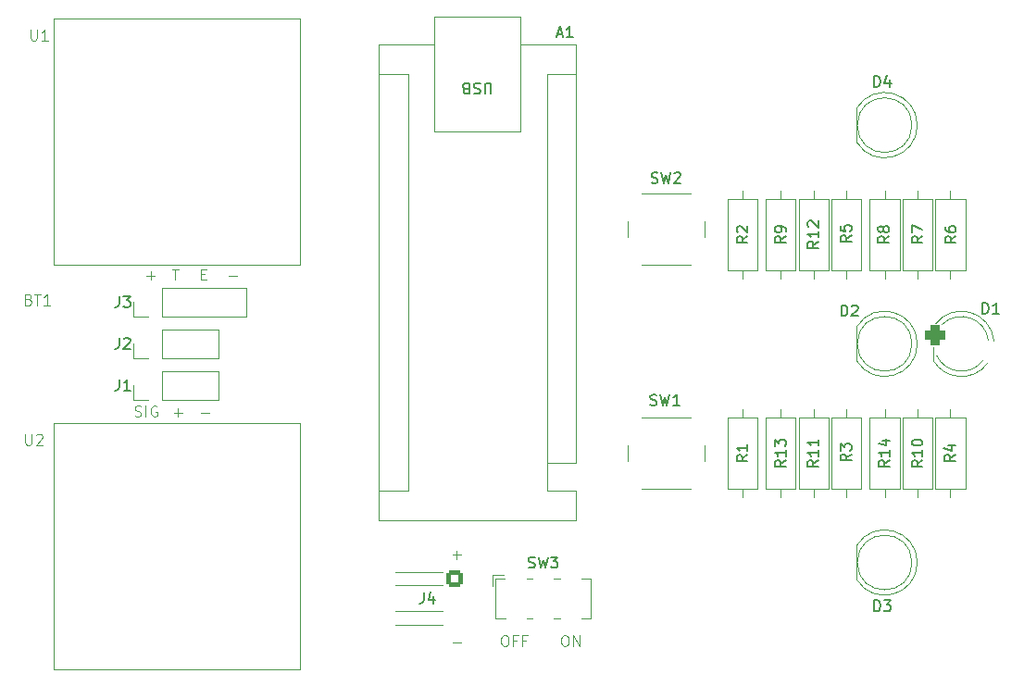
<source format=gto>
%TF.GenerationSoftware,KiCad,Pcbnew,8.0.0*%
%TF.CreationDate,2024-04-12T21:24:50+10:00*%
%TF.ProjectId,ghost-bot,67686f73-742d-4626-9f74-2e6b69636164,rev?*%
%TF.SameCoordinates,Original*%
%TF.FileFunction,Legend,Top*%
%TF.FilePolarity,Positive*%
%FSLAX46Y46*%
G04 Gerber Fmt 4.6, Leading zero omitted, Abs format (unit mm)*
G04 Created by KiCad (PCBNEW 8.0.0) date 2024-04-12 21:24:50*
%MOMM*%
%LPD*%
G01*
G04 APERTURE LIST*
G04 Aperture macros list*
%AMRoundRect*
0 Rectangle with rounded corners*
0 $1 Rounding radius*
0 $2 $3 $4 $5 $6 $7 $8 $9 X,Y pos of 4 corners*
0 Add a 4 corners polygon primitive as box body*
4,1,4,$2,$3,$4,$5,$6,$7,$8,$9,$2,$3,0*
0 Add four circle primitives for the rounded corners*
1,1,$1+$1,$2,$3*
1,1,$1+$1,$4,$5*
1,1,$1+$1,$6,$7*
1,1,$1+$1,$8,$9*
0 Add four rect primitives between the rounded corners*
20,1,$1+$1,$2,$3,$4,$5,0*
20,1,$1+$1,$4,$5,$6,$7,0*
20,1,$1+$1,$6,$7,$8,$9,0*
20,1,$1+$1,$8,$9,$2,$3,0*%
G04 Aperture macros list end*
%ADD10C,0.100000*%
%ADD11C,0.150000*%
%ADD12C,0.120000*%
%ADD13RoundRect,0.450000X-0.450000X-0.450000X0.450000X-0.450000X0.450000X0.450000X-0.450000X0.450000X0*%
%ADD14C,1.800000*%
%ADD15C,1.500000*%
%ADD16RoundRect,0.250000X-0.550000X0.550000X-0.550000X-0.550000X0.550000X-0.550000X0.550000X0.550000X0*%
%ADD17C,1.600000*%
%ADD18R,1.600000X1.600000*%
%ADD19O,1.600000X1.600000*%
%ADD20R,1.700000X1.700000*%
%ADD21O,1.700000X1.700000*%
%ADD22R,1.800000X1.800000*%
%ADD23C,2.000000*%
%ADD24O,2.500000X5.000000*%
%ADD25C,2.700000*%
G04 APERTURE END LIST*
D10*
X133481027Y-107633608D02*
X133814360Y-107633608D01*
X133957217Y-108157418D02*
X133481027Y-108157418D01*
X133481027Y-108157418D02*
X133481027Y-107157418D01*
X133481027Y-107157418D02*
X133957217Y-107157418D01*
X130838170Y-107157418D02*
X131409598Y-107157418D01*
X131123884Y-108157418D02*
X131123884Y-107157418D01*
X135981027Y-107776465D02*
X136742932Y-107776465D01*
X128481027Y-107776465D02*
X129242932Y-107776465D01*
X128861979Y-108157418D02*
X128861979Y-107395513D01*
X127433408Y-120609799D02*
X127576265Y-120657418D01*
X127576265Y-120657418D02*
X127814360Y-120657418D01*
X127814360Y-120657418D02*
X127909598Y-120609799D01*
X127909598Y-120609799D02*
X127957217Y-120562179D01*
X127957217Y-120562179D02*
X128004836Y-120466941D01*
X128004836Y-120466941D02*
X128004836Y-120371703D01*
X128004836Y-120371703D02*
X127957217Y-120276465D01*
X127957217Y-120276465D02*
X127909598Y-120228846D01*
X127909598Y-120228846D02*
X127814360Y-120181227D01*
X127814360Y-120181227D02*
X127623884Y-120133608D01*
X127623884Y-120133608D02*
X127528646Y-120085989D01*
X127528646Y-120085989D02*
X127481027Y-120038370D01*
X127481027Y-120038370D02*
X127433408Y-119943132D01*
X127433408Y-119943132D02*
X127433408Y-119847894D01*
X127433408Y-119847894D02*
X127481027Y-119752656D01*
X127481027Y-119752656D02*
X127528646Y-119705037D01*
X127528646Y-119705037D02*
X127623884Y-119657418D01*
X127623884Y-119657418D02*
X127861979Y-119657418D01*
X127861979Y-119657418D02*
X128004836Y-119705037D01*
X128433408Y-120657418D02*
X128433408Y-119657418D01*
X129433407Y-119705037D02*
X129338169Y-119657418D01*
X129338169Y-119657418D02*
X129195312Y-119657418D01*
X129195312Y-119657418D02*
X129052455Y-119705037D01*
X129052455Y-119705037D02*
X128957217Y-119800275D01*
X128957217Y-119800275D02*
X128909598Y-119895513D01*
X128909598Y-119895513D02*
X128861979Y-120085989D01*
X128861979Y-120085989D02*
X128861979Y-120228846D01*
X128861979Y-120228846D02*
X128909598Y-120419322D01*
X128909598Y-120419322D02*
X128957217Y-120514560D01*
X128957217Y-120514560D02*
X129052455Y-120609799D01*
X129052455Y-120609799D02*
X129195312Y-120657418D01*
X129195312Y-120657418D02*
X129290550Y-120657418D01*
X129290550Y-120657418D02*
X129433407Y-120609799D01*
X129433407Y-120609799D02*
X129481026Y-120562179D01*
X129481026Y-120562179D02*
X129481026Y-120228846D01*
X129481026Y-120228846D02*
X129290550Y-120228846D01*
X133481027Y-120276465D02*
X134242932Y-120276465D01*
X130981027Y-120276465D02*
X131742932Y-120276465D01*
X131361979Y-120657418D02*
X131361979Y-119895513D01*
X161171503Y-140657418D02*
X161361979Y-140657418D01*
X161361979Y-140657418D02*
X161457217Y-140705037D01*
X161457217Y-140705037D02*
X161552455Y-140800275D01*
X161552455Y-140800275D02*
X161600074Y-140990751D01*
X161600074Y-140990751D02*
X161600074Y-141324084D01*
X161600074Y-141324084D02*
X161552455Y-141514560D01*
X161552455Y-141514560D02*
X161457217Y-141609799D01*
X161457217Y-141609799D02*
X161361979Y-141657418D01*
X161361979Y-141657418D02*
X161171503Y-141657418D01*
X161171503Y-141657418D02*
X161076265Y-141609799D01*
X161076265Y-141609799D02*
X160981027Y-141514560D01*
X160981027Y-141514560D02*
X160933408Y-141324084D01*
X160933408Y-141324084D02*
X160933408Y-140990751D01*
X160933408Y-140990751D02*
X160981027Y-140800275D01*
X160981027Y-140800275D02*
X161076265Y-140705037D01*
X161076265Y-140705037D02*
X161171503Y-140657418D01*
X162361979Y-141133608D02*
X162028646Y-141133608D01*
X162028646Y-141657418D02*
X162028646Y-140657418D01*
X162028646Y-140657418D02*
X162504836Y-140657418D01*
X163219122Y-141133608D02*
X162885789Y-141133608D01*
X162885789Y-141657418D02*
X162885789Y-140657418D01*
X162885789Y-140657418D02*
X163361979Y-140657418D01*
X166671503Y-140657418D02*
X166861979Y-140657418D01*
X166861979Y-140657418D02*
X166957217Y-140705037D01*
X166957217Y-140705037D02*
X167052455Y-140800275D01*
X167052455Y-140800275D02*
X167100074Y-140990751D01*
X167100074Y-140990751D02*
X167100074Y-141324084D01*
X167100074Y-141324084D02*
X167052455Y-141514560D01*
X167052455Y-141514560D02*
X166957217Y-141609799D01*
X166957217Y-141609799D02*
X166861979Y-141657418D01*
X166861979Y-141657418D02*
X166671503Y-141657418D01*
X166671503Y-141657418D02*
X166576265Y-141609799D01*
X166576265Y-141609799D02*
X166481027Y-141514560D01*
X166481027Y-141514560D02*
X166433408Y-141324084D01*
X166433408Y-141324084D02*
X166433408Y-140990751D01*
X166433408Y-140990751D02*
X166481027Y-140800275D01*
X166481027Y-140800275D02*
X166576265Y-140705037D01*
X166576265Y-140705037D02*
X166671503Y-140657418D01*
X167528646Y-141657418D02*
X167528646Y-140657418D01*
X167528646Y-140657418D02*
X168100074Y-141657418D01*
X168100074Y-141657418D02*
X168100074Y-140657418D01*
X156481027Y-141276465D02*
X157242932Y-141276465D01*
X156481027Y-133276465D02*
X157242932Y-133276465D01*
X156861979Y-133657418D02*
X156861979Y-132895513D01*
D11*
X204939048Y-111239818D02*
X204939048Y-110239818D01*
X204939048Y-110239818D02*
X205177143Y-110239818D01*
X205177143Y-110239818D02*
X205320000Y-110287437D01*
X205320000Y-110287437D02*
X205415238Y-110382675D01*
X205415238Y-110382675D02*
X205462857Y-110477913D01*
X205462857Y-110477913D02*
X205510476Y-110668389D01*
X205510476Y-110668389D02*
X205510476Y-110811246D01*
X205510476Y-110811246D02*
X205462857Y-111001722D01*
X205462857Y-111001722D02*
X205415238Y-111096960D01*
X205415238Y-111096960D02*
X205320000Y-111192199D01*
X205320000Y-111192199D02*
X205177143Y-111239818D01*
X205177143Y-111239818D02*
X204939048Y-111239818D01*
X206462857Y-111239818D02*
X205891429Y-111239818D01*
X206177143Y-111239818D02*
X206177143Y-110239818D01*
X206177143Y-110239818D02*
X206081905Y-110382675D01*
X206081905Y-110382675D02*
X205986667Y-110477913D01*
X205986667Y-110477913D02*
X205891429Y-110525532D01*
X153843809Y-136739818D02*
X153843809Y-137454103D01*
X153843809Y-137454103D02*
X153796190Y-137596960D01*
X153796190Y-137596960D02*
X153700952Y-137692199D01*
X153700952Y-137692199D02*
X153558095Y-137739818D01*
X153558095Y-137739818D02*
X153462857Y-137739818D01*
X154748571Y-137073151D02*
X154748571Y-137739818D01*
X154510476Y-136692199D02*
X154272381Y-137406484D01*
X154272381Y-137406484D02*
X154891428Y-137406484D01*
X166045717Y-85669104D02*
X166521907Y-85669104D01*
X165950479Y-85954819D02*
X166283812Y-84954819D01*
X166283812Y-84954819D02*
X166617145Y-85954819D01*
X167474288Y-85954819D02*
X166902860Y-85954819D01*
X167188574Y-85954819D02*
X167188574Y-84954819D01*
X167188574Y-84954819D02*
X167093336Y-85097676D01*
X167093336Y-85097676D02*
X166998098Y-85192914D01*
X166998098Y-85192914D02*
X166902860Y-85240533D01*
X160011904Y-91145180D02*
X160011904Y-90335657D01*
X160011904Y-90335657D02*
X159964285Y-90240419D01*
X159964285Y-90240419D02*
X159916666Y-90192800D01*
X159916666Y-90192800D02*
X159821428Y-90145180D01*
X159821428Y-90145180D02*
X159630952Y-90145180D01*
X159630952Y-90145180D02*
X159535714Y-90192800D01*
X159535714Y-90192800D02*
X159488095Y-90240419D01*
X159488095Y-90240419D02*
X159440476Y-90335657D01*
X159440476Y-90335657D02*
X159440476Y-91145180D01*
X159011904Y-90192800D02*
X158869047Y-90145180D01*
X158869047Y-90145180D02*
X158630952Y-90145180D01*
X158630952Y-90145180D02*
X158535714Y-90192800D01*
X158535714Y-90192800D02*
X158488095Y-90240419D01*
X158488095Y-90240419D02*
X158440476Y-90335657D01*
X158440476Y-90335657D02*
X158440476Y-90430895D01*
X158440476Y-90430895D02*
X158488095Y-90526133D01*
X158488095Y-90526133D02*
X158535714Y-90573752D01*
X158535714Y-90573752D02*
X158630952Y-90621371D01*
X158630952Y-90621371D02*
X158821428Y-90668990D01*
X158821428Y-90668990D02*
X158916666Y-90716609D01*
X158916666Y-90716609D02*
X158964285Y-90764228D01*
X158964285Y-90764228D02*
X159011904Y-90859466D01*
X159011904Y-90859466D02*
X159011904Y-90954704D01*
X159011904Y-90954704D02*
X158964285Y-91049942D01*
X158964285Y-91049942D02*
X158916666Y-91097561D01*
X158916666Y-91097561D02*
X158821428Y-91145180D01*
X158821428Y-91145180D02*
X158583333Y-91145180D01*
X158583333Y-91145180D02*
X158440476Y-91097561D01*
X157678571Y-90668990D02*
X157535714Y-90621371D01*
X157535714Y-90621371D02*
X157488095Y-90573752D01*
X157488095Y-90573752D02*
X157440476Y-90478514D01*
X157440476Y-90478514D02*
X157440476Y-90335657D01*
X157440476Y-90335657D02*
X157488095Y-90240419D01*
X157488095Y-90240419D02*
X157535714Y-90192800D01*
X157535714Y-90192800D02*
X157630952Y-90145180D01*
X157630952Y-90145180D02*
X158011904Y-90145180D01*
X158011904Y-90145180D02*
X158011904Y-91145180D01*
X158011904Y-91145180D02*
X157678571Y-91145180D01*
X157678571Y-91145180D02*
X157583333Y-91097561D01*
X157583333Y-91097561D02*
X157535714Y-91049942D01*
X157535714Y-91049942D02*
X157488095Y-90954704D01*
X157488095Y-90954704D02*
X157488095Y-90859466D01*
X157488095Y-90859466D02*
X157535714Y-90764228D01*
X157535714Y-90764228D02*
X157583333Y-90716609D01*
X157583333Y-90716609D02*
X157678571Y-90668990D01*
X157678571Y-90668990D02*
X158011904Y-90668990D01*
X202454822Y-124166666D02*
X201978631Y-124499999D01*
X202454822Y-124738094D02*
X201454822Y-124738094D01*
X201454822Y-124738094D02*
X201454822Y-124357142D01*
X201454822Y-124357142D02*
X201502441Y-124261904D01*
X201502441Y-124261904D02*
X201550060Y-124214285D01*
X201550060Y-124214285D02*
X201645298Y-124166666D01*
X201645298Y-124166666D02*
X201788155Y-124166666D01*
X201788155Y-124166666D02*
X201883393Y-124214285D01*
X201883393Y-124214285D02*
X201931012Y-124261904D01*
X201931012Y-124261904D02*
X201978631Y-124357142D01*
X201978631Y-124357142D02*
X201978631Y-124738094D01*
X201788155Y-123309523D02*
X202454822Y-123309523D01*
X201407203Y-123547618D02*
X202121488Y-123785713D01*
X202121488Y-123785713D02*
X202121488Y-123166666D01*
X125996666Y-113454819D02*
X125996666Y-114169104D01*
X125996666Y-114169104D02*
X125949047Y-114311961D01*
X125949047Y-114311961D02*
X125853809Y-114407200D01*
X125853809Y-114407200D02*
X125710952Y-114454819D01*
X125710952Y-114454819D02*
X125615714Y-114454819D01*
X126425238Y-113550057D02*
X126472857Y-113502438D01*
X126472857Y-113502438D02*
X126568095Y-113454819D01*
X126568095Y-113454819D02*
X126806190Y-113454819D01*
X126806190Y-113454819D02*
X126901428Y-113502438D01*
X126901428Y-113502438D02*
X126949047Y-113550057D01*
X126949047Y-113550057D02*
X126996666Y-113645295D01*
X126996666Y-113645295D02*
X126996666Y-113740533D01*
X126996666Y-113740533D02*
X126949047Y-113883390D01*
X126949047Y-113883390D02*
X126377619Y-114454819D01*
X126377619Y-114454819D02*
X126996666Y-114454819D01*
X163436310Y-134442199D02*
X163579167Y-134489818D01*
X163579167Y-134489818D02*
X163817262Y-134489818D01*
X163817262Y-134489818D02*
X163912500Y-134442199D01*
X163912500Y-134442199D02*
X163960119Y-134394579D01*
X163960119Y-134394579D02*
X164007738Y-134299341D01*
X164007738Y-134299341D02*
X164007738Y-134204103D01*
X164007738Y-134204103D02*
X163960119Y-134108865D01*
X163960119Y-134108865D02*
X163912500Y-134061246D01*
X163912500Y-134061246D02*
X163817262Y-134013627D01*
X163817262Y-134013627D02*
X163626786Y-133966008D01*
X163626786Y-133966008D02*
X163531548Y-133918389D01*
X163531548Y-133918389D02*
X163483929Y-133870770D01*
X163483929Y-133870770D02*
X163436310Y-133775532D01*
X163436310Y-133775532D02*
X163436310Y-133680294D01*
X163436310Y-133680294D02*
X163483929Y-133585056D01*
X163483929Y-133585056D02*
X163531548Y-133537437D01*
X163531548Y-133537437D02*
X163626786Y-133489818D01*
X163626786Y-133489818D02*
X163864881Y-133489818D01*
X163864881Y-133489818D02*
X164007738Y-133537437D01*
X164341072Y-133489818D02*
X164579167Y-134489818D01*
X164579167Y-134489818D02*
X164769643Y-133775532D01*
X164769643Y-133775532D02*
X164960119Y-134489818D01*
X164960119Y-134489818D02*
X165198215Y-133489818D01*
X165483929Y-133489818D02*
X166102976Y-133489818D01*
X166102976Y-133489818D02*
X165769643Y-133870770D01*
X165769643Y-133870770D02*
X165912500Y-133870770D01*
X165912500Y-133870770D02*
X166007738Y-133918389D01*
X166007738Y-133918389D02*
X166055357Y-133966008D01*
X166055357Y-133966008D02*
X166102976Y-134061246D01*
X166102976Y-134061246D02*
X166102976Y-134299341D01*
X166102976Y-134299341D02*
X166055357Y-134394579D01*
X166055357Y-134394579D02*
X166007738Y-134442199D01*
X166007738Y-134442199D02*
X165912500Y-134489818D01*
X165912500Y-134489818D02*
X165626786Y-134489818D01*
X165626786Y-134489818D02*
X165531548Y-134442199D01*
X165531548Y-134442199D02*
X165483929Y-134394579D01*
X189954822Y-104642857D02*
X189478631Y-104976190D01*
X189954822Y-105214285D02*
X188954822Y-105214285D01*
X188954822Y-105214285D02*
X188954822Y-104833333D01*
X188954822Y-104833333D02*
X189002441Y-104738095D01*
X189002441Y-104738095D02*
X189050060Y-104690476D01*
X189050060Y-104690476D02*
X189145298Y-104642857D01*
X189145298Y-104642857D02*
X189288155Y-104642857D01*
X189288155Y-104642857D02*
X189383393Y-104690476D01*
X189383393Y-104690476D02*
X189431012Y-104738095D01*
X189431012Y-104738095D02*
X189478631Y-104833333D01*
X189478631Y-104833333D02*
X189478631Y-105214285D01*
X189954822Y-103690476D02*
X189954822Y-104261904D01*
X189954822Y-103976190D02*
X188954822Y-103976190D01*
X188954822Y-103976190D02*
X189097679Y-104071428D01*
X189097679Y-104071428D02*
X189192917Y-104166666D01*
X189192917Y-104166666D02*
X189240536Y-104261904D01*
X189050060Y-103309523D02*
X189002441Y-103261904D01*
X189002441Y-103261904D02*
X188954822Y-103166666D01*
X188954822Y-103166666D02*
X188954822Y-102928571D01*
X188954822Y-102928571D02*
X189002441Y-102833333D01*
X189002441Y-102833333D02*
X189050060Y-102785714D01*
X189050060Y-102785714D02*
X189145298Y-102738095D01*
X189145298Y-102738095D02*
X189240536Y-102738095D01*
X189240536Y-102738095D02*
X189383393Y-102785714D01*
X189383393Y-102785714D02*
X189954822Y-103357142D01*
X189954822Y-103357142D02*
X189954822Y-102738095D01*
X192954822Y-104086666D02*
X192478631Y-104419999D01*
X192954822Y-104658094D02*
X191954822Y-104658094D01*
X191954822Y-104658094D02*
X191954822Y-104277142D01*
X191954822Y-104277142D02*
X192002441Y-104181904D01*
X192002441Y-104181904D02*
X192050060Y-104134285D01*
X192050060Y-104134285D02*
X192145298Y-104086666D01*
X192145298Y-104086666D02*
X192288155Y-104086666D01*
X192288155Y-104086666D02*
X192383393Y-104134285D01*
X192383393Y-104134285D02*
X192431012Y-104181904D01*
X192431012Y-104181904D02*
X192478631Y-104277142D01*
X192478631Y-104277142D02*
X192478631Y-104658094D01*
X191954822Y-103181904D02*
X191954822Y-103658094D01*
X191954822Y-103658094D02*
X192431012Y-103705713D01*
X192431012Y-103705713D02*
X192383393Y-103658094D01*
X192383393Y-103658094D02*
X192335774Y-103562856D01*
X192335774Y-103562856D02*
X192335774Y-103324761D01*
X192335774Y-103324761D02*
X192383393Y-103229523D01*
X192383393Y-103229523D02*
X192431012Y-103181904D01*
X192431012Y-103181904D02*
X192526250Y-103134285D01*
X192526250Y-103134285D02*
X192764345Y-103134285D01*
X192764345Y-103134285D02*
X192859583Y-103181904D01*
X192859583Y-103181904D02*
X192907203Y-103229523D01*
X192907203Y-103229523D02*
X192954822Y-103324761D01*
X192954822Y-103324761D02*
X192954822Y-103562856D01*
X192954822Y-103562856D02*
X192907203Y-103658094D01*
X192907203Y-103658094D02*
X192859583Y-103705713D01*
X195026908Y-90494819D02*
X195026908Y-89494819D01*
X195026908Y-89494819D02*
X195265003Y-89494819D01*
X195265003Y-89494819D02*
X195407860Y-89542438D01*
X195407860Y-89542438D02*
X195503098Y-89637676D01*
X195503098Y-89637676D02*
X195550717Y-89732914D01*
X195550717Y-89732914D02*
X195598336Y-89923390D01*
X195598336Y-89923390D02*
X195598336Y-90066247D01*
X195598336Y-90066247D02*
X195550717Y-90256723D01*
X195550717Y-90256723D02*
X195503098Y-90351961D01*
X195503098Y-90351961D02*
X195407860Y-90447200D01*
X195407860Y-90447200D02*
X195265003Y-90494819D01*
X195265003Y-90494819D02*
X195026908Y-90494819D01*
X196455479Y-89828152D02*
X196455479Y-90494819D01*
X196217384Y-89447200D02*
X195979289Y-90161485D01*
X195979289Y-90161485D02*
X196598336Y-90161485D01*
X202504822Y-104166666D02*
X202028631Y-104499999D01*
X202504822Y-104738094D02*
X201504822Y-104738094D01*
X201504822Y-104738094D02*
X201504822Y-104357142D01*
X201504822Y-104357142D02*
X201552441Y-104261904D01*
X201552441Y-104261904D02*
X201600060Y-104214285D01*
X201600060Y-104214285D02*
X201695298Y-104166666D01*
X201695298Y-104166666D02*
X201838155Y-104166666D01*
X201838155Y-104166666D02*
X201933393Y-104214285D01*
X201933393Y-104214285D02*
X201981012Y-104261904D01*
X201981012Y-104261904D02*
X202028631Y-104357142D01*
X202028631Y-104357142D02*
X202028631Y-104738094D01*
X201504822Y-103309523D02*
X201504822Y-103499999D01*
X201504822Y-103499999D02*
X201552441Y-103595237D01*
X201552441Y-103595237D02*
X201600060Y-103642856D01*
X201600060Y-103642856D02*
X201742917Y-103738094D01*
X201742917Y-103738094D02*
X201933393Y-103785713D01*
X201933393Y-103785713D02*
X202314345Y-103785713D01*
X202314345Y-103785713D02*
X202409583Y-103738094D01*
X202409583Y-103738094D02*
X202457203Y-103690475D01*
X202457203Y-103690475D02*
X202504822Y-103595237D01*
X202504822Y-103595237D02*
X202504822Y-103404761D01*
X202504822Y-103404761D02*
X202457203Y-103309523D01*
X202457203Y-103309523D02*
X202409583Y-103261904D01*
X202409583Y-103261904D02*
X202314345Y-103214285D01*
X202314345Y-103214285D02*
X202076250Y-103214285D01*
X202076250Y-103214285D02*
X201981012Y-103261904D01*
X201981012Y-103261904D02*
X201933393Y-103309523D01*
X201933393Y-103309523D02*
X201885774Y-103404761D01*
X201885774Y-103404761D02*
X201885774Y-103595237D01*
X201885774Y-103595237D02*
X201933393Y-103690475D01*
X201933393Y-103690475D02*
X201981012Y-103738094D01*
X201981012Y-103738094D02*
X202076250Y-103785713D01*
X186954822Y-124642857D02*
X186478631Y-124976190D01*
X186954822Y-125214285D02*
X185954822Y-125214285D01*
X185954822Y-125214285D02*
X185954822Y-124833333D01*
X185954822Y-124833333D02*
X186002441Y-124738095D01*
X186002441Y-124738095D02*
X186050060Y-124690476D01*
X186050060Y-124690476D02*
X186145298Y-124642857D01*
X186145298Y-124642857D02*
X186288155Y-124642857D01*
X186288155Y-124642857D02*
X186383393Y-124690476D01*
X186383393Y-124690476D02*
X186431012Y-124738095D01*
X186431012Y-124738095D02*
X186478631Y-124833333D01*
X186478631Y-124833333D02*
X186478631Y-125214285D01*
X186954822Y-123690476D02*
X186954822Y-124261904D01*
X186954822Y-123976190D02*
X185954822Y-123976190D01*
X185954822Y-123976190D02*
X186097679Y-124071428D01*
X186097679Y-124071428D02*
X186192917Y-124166666D01*
X186192917Y-124166666D02*
X186240536Y-124261904D01*
X185954822Y-123357142D02*
X185954822Y-122738095D01*
X185954822Y-122738095D02*
X186335774Y-123071428D01*
X186335774Y-123071428D02*
X186335774Y-122928571D01*
X186335774Y-122928571D02*
X186383393Y-122833333D01*
X186383393Y-122833333D02*
X186431012Y-122785714D01*
X186431012Y-122785714D02*
X186526250Y-122738095D01*
X186526250Y-122738095D02*
X186764345Y-122738095D01*
X186764345Y-122738095D02*
X186859583Y-122785714D01*
X186859583Y-122785714D02*
X186907203Y-122833333D01*
X186907203Y-122833333D02*
X186954822Y-122928571D01*
X186954822Y-122928571D02*
X186954822Y-123214285D01*
X186954822Y-123214285D02*
X186907203Y-123309523D01*
X186907203Y-123309523D02*
X186859583Y-123357142D01*
X174571667Y-119582200D02*
X174714524Y-119629819D01*
X174714524Y-119629819D02*
X174952619Y-119629819D01*
X174952619Y-119629819D02*
X175047857Y-119582200D01*
X175047857Y-119582200D02*
X175095476Y-119534580D01*
X175095476Y-119534580D02*
X175143095Y-119439342D01*
X175143095Y-119439342D02*
X175143095Y-119344104D01*
X175143095Y-119344104D02*
X175095476Y-119248866D01*
X175095476Y-119248866D02*
X175047857Y-119201247D01*
X175047857Y-119201247D02*
X174952619Y-119153628D01*
X174952619Y-119153628D02*
X174762143Y-119106009D01*
X174762143Y-119106009D02*
X174666905Y-119058390D01*
X174666905Y-119058390D02*
X174619286Y-119010771D01*
X174619286Y-119010771D02*
X174571667Y-118915533D01*
X174571667Y-118915533D02*
X174571667Y-118820295D01*
X174571667Y-118820295D02*
X174619286Y-118725057D01*
X174619286Y-118725057D02*
X174666905Y-118677438D01*
X174666905Y-118677438D02*
X174762143Y-118629819D01*
X174762143Y-118629819D02*
X175000238Y-118629819D01*
X175000238Y-118629819D02*
X175143095Y-118677438D01*
X175476429Y-118629819D02*
X175714524Y-119629819D01*
X175714524Y-119629819D02*
X175905000Y-118915533D01*
X175905000Y-118915533D02*
X176095476Y-119629819D01*
X176095476Y-119629819D02*
X176333572Y-118629819D01*
X177238333Y-119629819D02*
X176666905Y-119629819D01*
X176952619Y-119629819D02*
X176952619Y-118629819D01*
X176952619Y-118629819D02*
X176857381Y-118772676D01*
X176857381Y-118772676D02*
X176762143Y-118867914D01*
X176762143Y-118867914D02*
X176666905Y-118915533D01*
X189954822Y-124642857D02*
X189478631Y-124976190D01*
X189954822Y-125214285D02*
X188954822Y-125214285D01*
X188954822Y-125214285D02*
X188954822Y-124833333D01*
X188954822Y-124833333D02*
X189002441Y-124738095D01*
X189002441Y-124738095D02*
X189050060Y-124690476D01*
X189050060Y-124690476D02*
X189145298Y-124642857D01*
X189145298Y-124642857D02*
X189288155Y-124642857D01*
X189288155Y-124642857D02*
X189383393Y-124690476D01*
X189383393Y-124690476D02*
X189431012Y-124738095D01*
X189431012Y-124738095D02*
X189478631Y-124833333D01*
X189478631Y-124833333D02*
X189478631Y-125214285D01*
X189954822Y-123690476D02*
X189954822Y-124261904D01*
X189954822Y-123976190D02*
X188954822Y-123976190D01*
X188954822Y-123976190D02*
X189097679Y-124071428D01*
X189097679Y-124071428D02*
X189192917Y-124166666D01*
X189192917Y-124166666D02*
X189240536Y-124261904D01*
X189954822Y-122738095D02*
X189954822Y-123309523D01*
X189954822Y-123023809D02*
X188954822Y-123023809D01*
X188954822Y-123023809D02*
X189097679Y-123119047D01*
X189097679Y-123119047D02*
X189192917Y-123214285D01*
X189192917Y-123214285D02*
X189240536Y-123309523D01*
D10*
X117915238Y-85242418D02*
X117915238Y-86051941D01*
X117915238Y-86051941D02*
X117962857Y-86147179D01*
X117962857Y-86147179D02*
X118010476Y-86194799D01*
X118010476Y-86194799D02*
X118105714Y-86242418D01*
X118105714Y-86242418D02*
X118296190Y-86242418D01*
X118296190Y-86242418D02*
X118391428Y-86194799D01*
X118391428Y-86194799D02*
X118439047Y-86147179D01*
X118439047Y-86147179D02*
X118486666Y-86051941D01*
X118486666Y-86051941D02*
X118486666Y-85242418D01*
X119486666Y-86242418D02*
X118915238Y-86242418D01*
X119200952Y-86242418D02*
X119200952Y-85242418D01*
X119200952Y-85242418D02*
X119105714Y-85385275D01*
X119105714Y-85385275D02*
X119010476Y-85480513D01*
X119010476Y-85480513D02*
X118915238Y-85528132D01*
D11*
X183454822Y-124166666D02*
X182978631Y-124499999D01*
X183454822Y-124738094D02*
X182454822Y-124738094D01*
X182454822Y-124738094D02*
X182454822Y-124357142D01*
X182454822Y-124357142D02*
X182502441Y-124261904D01*
X182502441Y-124261904D02*
X182550060Y-124214285D01*
X182550060Y-124214285D02*
X182645298Y-124166666D01*
X182645298Y-124166666D02*
X182788155Y-124166666D01*
X182788155Y-124166666D02*
X182883393Y-124214285D01*
X182883393Y-124214285D02*
X182931012Y-124261904D01*
X182931012Y-124261904D02*
X182978631Y-124357142D01*
X182978631Y-124357142D02*
X182978631Y-124738094D01*
X183454822Y-123214285D02*
X183454822Y-123785713D01*
X183454822Y-123499999D02*
X182454822Y-123499999D01*
X182454822Y-123499999D02*
X182597679Y-123595237D01*
X182597679Y-123595237D02*
X182692917Y-123690475D01*
X182692917Y-123690475D02*
X182740536Y-123785713D01*
X199454822Y-104166666D02*
X198978631Y-104499999D01*
X199454822Y-104738094D02*
X198454822Y-104738094D01*
X198454822Y-104738094D02*
X198454822Y-104357142D01*
X198454822Y-104357142D02*
X198502441Y-104261904D01*
X198502441Y-104261904D02*
X198550060Y-104214285D01*
X198550060Y-104214285D02*
X198645298Y-104166666D01*
X198645298Y-104166666D02*
X198788155Y-104166666D01*
X198788155Y-104166666D02*
X198883393Y-104214285D01*
X198883393Y-104214285D02*
X198931012Y-104261904D01*
X198931012Y-104261904D02*
X198978631Y-104357142D01*
X198978631Y-104357142D02*
X198978631Y-104738094D01*
X198454822Y-103833332D02*
X198454822Y-103166666D01*
X198454822Y-103166666D02*
X199454822Y-103595237D01*
X174666670Y-99262200D02*
X174809527Y-99309819D01*
X174809527Y-99309819D02*
X175047622Y-99309819D01*
X175047622Y-99309819D02*
X175142860Y-99262200D01*
X175142860Y-99262200D02*
X175190479Y-99214580D01*
X175190479Y-99214580D02*
X175238098Y-99119342D01*
X175238098Y-99119342D02*
X175238098Y-99024104D01*
X175238098Y-99024104D02*
X175190479Y-98928866D01*
X175190479Y-98928866D02*
X175142860Y-98881247D01*
X175142860Y-98881247D02*
X175047622Y-98833628D01*
X175047622Y-98833628D02*
X174857146Y-98786009D01*
X174857146Y-98786009D02*
X174761908Y-98738390D01*
X174761908Y-98738390D02*
X174714289Y-98690771D01*
X174714289Y-98690771D02*
X174666670Y-98595533D01*
X174666670Y-98595533D02*
X174666670Y-98500295D01*
X174666670Y-98500295D02*
X174714289Y-98405057D01*
X174714289Y-98405057D02*
X174761908Y-98357438D01*
X174761908Y-98357438D02*
X174857146Y-98309819D01*
X174857146Y-98309819D02*
X175095241Y-98309819D01*
X175095241Y-98309819D02*
X175238098Y-98357438D01*
X175571432Y-98309819D02*
X175809527Y-99309819D01*
X175809527Y-99309819D02*
X176000003Y-98595533D01*
X176000003Y-98595533D02*
X176190479Y-99309819D01*
X176190479Y-99309819D02*
X176428575Y-98309819D01*
X176761908Y-98405057D02*
X176809527Y-98357438D01*
X176809527Y-98357438D02*
X176904765Y-98309819D01*
X176904765Y-98309819D02*
X177142860Y-98309819D01*
X177142860Y-98309819D02*
X177238098Y-98357438D01*
X177238098Y-98357438D02*
X177285717Y-98405057D01*
X177285717Y-98405057D02*
X177333336Y-98500295D01*
X177333336Y-98500295D02*
X177333336Y-98595533D01*
X177333336Y-98595533D02*
X177285717Y-98738390D01*
X177285717Y-98738390D02*
X176714289Y-99309819D01*
X176714289Y-99309819D02*
X177333336Y-99309819D01*
X192026908Y-111454819D02*
X192026908Y-110454819D01*
X192026908Y-110454819D02*
X192265003Y-110454819D01*
X192265003Y-110454819D02*
X192407860Y-110502438D01*
X192407860Y-110502438D02*
X192503098Y-110597676D01*
X192503098Y-110597676D02*
X192550717Y-110692914D01*
X192550717Y-110692914D02*
X192598336Y-110883390D01*
X192598336Y-110883390D02*
X192598336Y-111026247D01*
X192598336Y-111026247D02*
X192550717Y-111216723D01*
X192550717Y-111216723D02*
X192503098Y-111311961D01*
X192503098Y-111311961D02*
X192407860Y-111407200D01*
X192407860Y-111407200D02*
X192265003Y-111454819D01*
X192265003Y-111454819D02*
X192026908Y-111454819D01*
X192979289Y-110550057D02*
X193026908Y-110502438D01*
X193026908Y-110502438D02*
X193122146Y-110454819D01*
X193122146Y-110454819D02*
X193360241Y-110454819D01*
X193360241Y-110454819D02*
X193455479Y-110502438D01*
X193455479Y-110502438D02*
X193503098Y-110550057D01*
X193503098Y-110550057D02*
X193550717Y-110645295D01*
X193550717Y-110645295D02*
X193550717Y-110740533D01*
X193550717Y-110740533D02*
X193503098Y-110883390D01*
X193503098Y-110883390D02*
X192931670Y-111454819D01*
X192931670Y-111454819D02*
X193550717Y-111454819D01*
X192954822Y-124086666D02*
X192478631Y-124419999D01*
X192954822Y-124658094D02*
X191954822Y-124658094D01*
X191954822Y-124658094D02*
X191954822Y-124277142D01*
X191954822Y-124277142D02*
X192002441Y-124181904D01*
X192002441Y-124181904D02*
X192050060Y-124134285D01*
X192050060Y-124134285D02*
X192145298Y-124086666D01*
X192145298Y-124086666D02*
X192288155Y-124086666D01*
X192288155Y-124086666D02*
X192383393Y-124134285D01*
X192383393Y-124134285D02*
X192431012Y-124181904D01*
X192431012Y-124181904D02*
X192478631Y-124277142D01*
X192478631Y-124277142D02*
X192478631Y-124658094D01*
X191954822Y-123753332D02*
X191954822Y-123134285D01*
X191954822Y-123134285D02*
X192335774Y-123467618D01*
X192335774Y-123467618D02*
X192335774Y-123324761D01*
X192335774Y-123324761D02*
X192383393Y-123229523D01*
X192383393Y-123229523D02*
X192431012Y-123181904D01*
X192431012Y-123181904D02*
X192526250Y-123134285D01*
X192526250Y-123134285D02*
X192764345Y-123134285D01*
X192764345Y-123134285D02*
X192859583Y-123181904D01*
X192859583Y-123181904D02*
X192907203Y-123229523D01*
X192907203Y-123229523D02*
X192954822Y-123324761D01*
X192954822Y-123324761D02*
X192954822Y-123610475D01*
X192954822Y-123610475D02*
X192907203Y-123705713D01*
X192907203Y-123705713D02*
X192859583Y-123753332D01*
X196454822Y-124642857D02*
X195978631Y-124976190D01*
X196454822Y-125214285D02*
X195454822Y-125214285D01*
X195454822Y-125214285D02*
X195454822Y-124833333D01*
X195454822Y-124833333D02*
X195502441Y-124738095D01*
X195502441Y-124738095D02*
X195550060Y-124690476D01*
X195550060Y-124690476D02*
X195645298Y-124642857D01*
X195645298Y-124642857D02*
X195788155Y-124642857D01*
X195788155Y-124642857D02*
X195883393Y-124690476D01*
X195883393Y-124690476D02*
X195931012Y-124738095D01*
X195931012Y-124738095D02*
X195978631Y-124833333D01*
X195978631Y-124833333D02*
X195978631Y-125214285D01*
X196454822Y-123690476D02*
X196454822Y-124261904D01*
X196454822Y-123976190D02*
X195454822Y-123976190D01*
X195454822Y-123976190D02*
X195597679Y-124071428D01*
X195597679Y-124071428D02*
X195692917Y-124166666D01*
X195692917Y-124166666D02*
X195740536Y-124261904D01*
X195788155Y-122833333D02*
X196454822Y-122833333D01*
X195407203Y-123071428D02*
X196121488Y-123309523D01*
X196121488Y-123309523D02*
X196121488Y-122690476D01*
D10*
X117714285Y-109933609D02*
X117857142Y-109981228D01*
X117857142Y-109981228D02*
X117904761Y-110028847D01*
X117904761Y-110028847D02*
X117952380Y-110124085D01*
X117952380Y-110124085D02*
X117952380Y-110266942D01*
X117952380Y-110266942D02*
X117904761Y-110362180D01*
X117904761Y-110362180D02*
X117857142Y-110409800D01*
X117857142Y-110409800D02*
X117761904Y-110457419D01*
X117761904Y-110457419D02*
X117380952Y-110457419D01*
X117380952Y-110457419D02*
X117380952Y-109457419D01*
X117380952Y-109457419D02*
X117714285Y-109457419D01*
X117714285Y-109457419D02*
X117809523Y-109505038D01*
X117809523Y-109505038D02*
X117857142Y-109552657D01*
X117857142Y-109552657D02*
X117904761Y-109647895D01*
X117904761Y-109647895D02*
X117904761Y-109743133D01*
X117904761Y-109743133D02*
X117857142Y-109838371D01*
X117857142Y-109838371D02*
X117809523Y-109885990D01*
X117809523Y-109885990D02*
X117714285Y-109933609D01*
X117714285Y-109933609D02*
X117380952Y-109933609D01*
X118238095Y-109457419D02*
X118809523Y-109457419D01*
X118523809Y-110457419D02*
X118523809Y-109457419D01*
X119666666Y-110457419D02*
X119095238Y-110457419D01*
X119380952Y-110457419D02*
X119380952Y-109457419D01*
X119380952Y-109457419D02*
X119285714Y-109600276D01*
X119285714Y-109600276D02*
X119190476Y-109695514D01*
X119190476Y-109695514D02*
X119095238Y-109743133D01*
D11*
X199454822Y-124642857D02*
X198978631Y-124976190D01*
X199454822Y-125214285D02*
X198454822Y-125214285D01*
X198454822Y-125214285D02*
X198454822Y-124833333D01*
X198454822Y-124833333D02*
X198502441Y-124738095D01*
X198502441Y-124738095D02*
X198550060Y-124690476D01*
X198550060Y-124690476D02*
X198645298Y-124642857D01*
X198645298Y-124642857D02*
X198788155Y-124642857D01*
X198788155Y-124642857D02*
X198883393Y-124690476D01*
X198883393Y-124690476D02*
X198931012Y-124738095D01*
X198931012Y-124738095D02*
X198978631Y-124833333D01*
X198978631Y-124833333D02*
X198978631Y-125214285D01*
X199454822Y-123690476D02*
X199454822Y-124261904D01*
X199454822Y-123976190D02*
X198454822Y-123976190D01*
X198454822Y-123976190D02*
X198597679Y-124071428D01*
X198597679Y-124071428D02*
X198692917Y-124166666D01*
X198692917Y-124166666D02*
X198740536Y-124261904D01*
X198454822Y-123071428D02*
X198454822Y-122976190D01*
X198454822Y-122976190D02*
X198502441Y-122880952D01*
X198502441Y-122880952D02*
X198550060Y-122833333D01*
X198550060Y-122833333D02*
X198645298Y-122785714D01*
X198645298Y-122785714D02*
X198835774Y-122738095D01*
X198835774Y-122738095D02*
X199073869Y-122738095D01*
X199073869Y-122738095D02*
X199264345Y-122785714D01*
X199264345Y-122785714D02*
X199359583Y-122833333D01*
X199359583Y-122833333D02*
X199407203Y-122880952D01*
X199407203Y-122880952D02*
X199454822Y-122976190D01*
X199454822Y-122976190D02*
X199454822Y-123071428D01*
X199454822Y-123071428D02*
X199407203Y-123166666D01*
X199407203Y-123166666D02*
X199359583Y-123214285D01*
X199359583Y-123214285D02*
X199264345Y-123261904D01*
X199264345Y-123261904D02*
X199073869Y-123309523D01*
X199073869Y-123309523D02*
X198835774Y-123309523D01*
X198835774Y-123309523D02*
X198645298Y-123261904D01*
X198645298Y-123261904D02*
X198550060Y-123214285D01*
X198550060Y-123214285D02*
X198502441Y-123166666D01*
X198502441Y-123166666D02*
X198454822Y-123071428D01*
D10*
X117415238Y-122242418D02*
X117415238Y-123051941D01*
X117415238Y-123051941D02*
X117462857Y-123147179D01*
X117462857Y-123147179D02*
X117510476Y-123194799D01*
X117510476Y-123194799D02*
X117605714Y-123242418D01*
X117605714Y-123242418D02*
X117796190Y-123242418D01*
X117796190Y-123242418D02*
X117891428Y-123194799D01*
X117891428Y-123194799D02*
X117939047Y-123147179D01*
X117939047Y-123147179D02*
X117986666Y-123051941D01*
X117986666Y-123051941D02*
X117986666Y-122242418D01*
X118415238Y-122337656D02*
X118462857Y-122290037D01*
X118462857Y-122290037D02*
X118558095Y-122242418D01*
X118558095Y-122242418D02*
X118796190Y-122242418D01*
X118796190Y-122242418D02*
X118891428Y-122290037D01*
X118891428Y-122290037D02*
X118939047Y-122337656D01*
X118939047Y-122337656D02*
X118986666Y-122432894D01*
X118986666Y-122432894D02*
X118986666Y-122528132D01*
X118986666Y-122528132D02*
X118939047Y-122670989D01*
X118939047Y-122670989D02*
X118367619Y-123242418D01*
X118367619Y-123242418D02*
X118986666Y-123242418D01*
D11*
X125996666Y-109644819D02*
X125996666Y-110359104D01*
X125996666Y-110359104D02*
X125949047Y-110501961D01*
X125949047Y-110501961D02*
X125853809Y-110597200D01*
X125853809Y-110597200D02*
X125710952Y-110644819D01*
X125710952Y-110644819D02*
X125615714Y-110644819D01*
X126377619Y-109644819D02*
X126996666Y-109644819D01*
X126996666Y-109644819D02*
X126663333Y-110025771D01*
X126663333Y-110025771D02*
X126806190Y-110025771D01*
X126806190Y-110025771D02*
X126901428Y-110073390D01*
X126901428Y-110073390D02*
X126949047Y-110121009D01*
X126949047Y-110121009D02*
X126996666Y-110216247D01*
X126996666Y-110216247D02*
X126996666Y-110454342D01*
X126996666Y-110454342D02*
X126949047Y-110549580D01*
X126949047Y-110549580D02*
X126901428Y-110597200D01*
X126901428Y-110597200D02*
X126806190Y-110644819D01*
X126806190Y-110644819D02*
X126520476Y-110644819D01*
X126520476Y-110644819D02*
X126425238Y-110597200D01*
X126425238Y-110597200D02*
X126377619Y-110549580D01*
X195026908Y-138454819D02*
X195026908Y-137454819D01*
X195026908Y-137454819D02*
X195265003Y-137454819D01*
X195265003Y-137454819D02*
X195407860Y-137502438D01*
X195407860Y-137502438D02*
X195503098Y-137597676D01*
X195503098Y-137597676D02*
X195550717Y-137692914D01*
X195550717Y-137692914D02*
X195598336Y-137883390D01*
X195598336Y-137883390D02*
X195598336Y-138026247D01*
X195598336Y-138026247D02*
X195550717Y-138216723D01*
X195550717Y-138216723D02*
X195503098Y-138311961D01*
X195503098Y-138311961D02*
X195407860Y-138407200D01*
X195407860Y-138407200D02*
X195265003Y-138454819D01*
X195265003Y-138454819D02*
X195026908Y-138454819D01*
X195931670Y-137454819D02*
X196550717Y-137454819D01*
X196550717Y-137454819D02*
X196217384Y-137835771D01*
X196217384Y-137835771D02*
X196360241Y-137835771D01*
X196360241Y-137835771D02*
X196455479Y-137883390D01*
X196455479Y-137883390D02*
X196503098Y-137931009D01*
X196503098Y-137931009D02*
X196550717Y-138026247D01*
X196550717Y-138026247D02*
X196550717Y-138264342D01*
X196550717Y-138264342D02*
X196503098Y-138359580D01*
X196503098Y-138359580D02*
X196455479Y-138407200D01*
X196455479Y-138407200D02*
X196360241Y-138454819D01*
X196360241Y-138454819D02*
X196074527Y-138454819D01*
X196074527Y-138454819D02*
X195979289Y-138407200D01*
X195979289Y-138407200D02*
X195931670Y-138359580D01*
X196404822Y-104166666D02*
X195928631Y-104499999D01*
X196404822Y-104738094D02*
X195404822Y-104738094D01*
X195404822Y-104738094D02*
X195404822Y-104357142D01*
X195404822Y-104357142D02*
X195452441Y-104261904D01*
X195452441Y-104261904D02*
X195500060Y-104214285D01*
X195500060Y-104214285D02*
X195595298Y-104166666D01*
X195595298Y-104166666D02*
X195738155Y-104166666D01*
X195738155Y-104166666D02*
X195833393Y-104214285D01*
X195833393Y-104214285D02*
X195881012Y-104261904D01*
X195881012Y-104261904D02*
X195928631Y-104357142D01*
X195928631Y-104357142D02*
X195928631Y-104738094D01*
X195833393Y-103595237D02*
X195785774Y-103690475D01*
X195785774Y-103690475D02*
X195738155Y-103738094D01*
X195738155Y-103738094D02*
X195642917Y-103785713D01*
X195642917Y-103785713D02*
X195595298Y-103785713D01*
X195595298Y-103785713D02*
X195500060Y-103738094D01*
X195500060Y-103738094D02*
X195452441Y-103690475D01*
X195452441Y-103690475D02*
X195404822Y-103595237D01*
X195404822Y-103595237D02*
X195404822Y-103404761D01*
X195404822Y-103404761D02*
X195452441Y-103309523D01*
X195452441Y-103309523D02*
X195500060Y-103261904D01*
X195500060Y-103261904D02*
X195595298Y-103214285D01*
X195595298Y-103214285D02*
X195642917Y-103214285D01*
X195642917Y-103214285D02*
X195738155Y-103261904D01*
X195738155Y-103261904D02*
X195785774Y-103309523D01*
X195785774Y-103309523D02*
X195833393Y-103404761D01*
X195833393Y-103404761D02*
X195833393Y-103595237D01*
X195833393Y-103595237D02*
X195881012Y-103690475D01*
X195881012Y-103690475D02*
X195928631Y-103738094D01*
X195928631Y-103738094D02*
X196023869Y-103785713D01*
X196023869Y-103785713D02*
X196214345Y-103785713D01*
X196214345Y-103785713D02*
X196309583Y-103738094D01*
X196309583Y-103738094D02*
X196357203Y-103690475D01*
X196357203Y-103690475D02*
X196404822Y-103595237D01*
X196404822Y-103595237D02*
X196404822Y-103404761D01*
X196404822Y-103404761D02*
X196357203Y-103309523D01*
X196357203Y-103309523D02*
X196309583Y-103261904D01*
X196309583Y-103261904D02*
X196214345Y-103214285D01*
X196214345Y-103214285D02*
X196023869Y-103214285D01*
X196023869Y-103214285D02*
X195928631Y-103261904D01*
X195928631Y-103261904D02*
X195881012Y-103309523D01*
X195881012Y-103309523D02*
X195833393Y-103404761D01*
X183454822Y-104166666D02*
X182978631Y-104499999D01*
X183454822Y-104738094D02*
X182454822Y-104738094D01*
X182454822Y-104738094D02*
X182454822Y-104357142D01*
X182454822Y-104357142D02*
X182502441Y-104261904D01*
X182502441Y-104261904D02*
X182550060Y-104214285D01*
X182550060Y-104214285D02*
X182645298Y-104166666D01*
X182645298Y-104166666D02*
X182788155Y-104166666D01*
X182788155Y-104166666D02*
X182883393Y-104214285D01*
X182883393Y-104214285D02*
X182931012Y-104261904D01*
X182931012Y-104261904D02*
X182978631Y-104357142D01*
X182978631Y-104357142D02*
X182978631Y-104738094D01*
X182550060Y-103785713D02*
X182502441Y-103738094D01*
X182502441Y-103738094D02*
X182454822Y-103642856D01*
X182454822Y-103642856D02*
X182454822Y-103404761D01*
X182454822Y-103404761D02*
X182502441Y-103309523D01*
X182502441Y-103309523D02*
X182550060Y-103261904D01*
X182550060Y-103261904D02*
X182645298Y-103214285D01*
X182645298Y-103214285D02*
X182740536Y-103214285D01*
X182740536Y-103214285D02*
X182883393Y-103261904D01*
X182883393Y-103261904D02*
X183454822Y-103833332D01*
X183454822Y-103833332D02*
X183454822Y-103214285D01*
X125996666Y-117264819D02*
X125996666Y-117979104D01*
X125996666Y-117979104D02*
X125949047Y-118121961D01*
X125949047Y-118121961D02*
X125853809Y-118217200D01*
X125853809Y-118217200D02*
X125710952Y-118264819D01*
X125710952Y-118264819D02*
X125615714Y-118264819D01*
X126996666Y-118264819D02*
X126425238Y-118264819D01*
X126710952Y-118264819D02*
X126710952Y-117264819D01*
X126710952Y-117264819D02*
X126615714Y-117407676D01*
X126615714Y-117407676D02*
X126520476Y-117502914D01*
X126520476Y-117502914D02*
X126425238Y-117550533D01*
X186954822Y-104166666D02*
X186478631Y-104499999D01*
X186954822Y-104738094D02*
X185954822Y-104738094D01*
X185954822Y-104738094D02*
X185954822Y-104357142D01*
X185954822Y-104357142D02*
X186002441Y-104261904D01*
X186002441Y-104261904D02*
X186050060Y-104214285D01*
X186050060Y-104214285D02*
X186145298Y-104166666D01*
X186145298Y-104166666D02*
X186288155Y-104166666D01*
X186288155Y-104166666D02*
X186383393Y-104214285D01*
X186383393Y-104214285D02*
X186431012Y-104261904D01*
X186431012Y-104261904D02*
X186478631Y-104357142D01*
X186478631Y-104357142D02*
X186478631Y-104738094D01*
X186954822Y-103690475D02*
X186954822Y-103499999D01*
X186954822Y-103499999D02*
X186907203Y-103404761D01*
X186907203Y-103404761D02*
X186859583Y-103357142D01*
X186859583Y-103357142D02*
X186716726Y-103261904D01*
X186716726Y-103261904D02*
X186526250Y-103214285D01*
X186526250Y-103214285D02*
X186145298Y-103214285D01*
X186145298Y-103214285D02*
X186050060Y-103261904D01*
X186050060Y-103261904D02*
X186002441Y-103309523D01*
X186002441Y-103309523D02*
X185954822Y-103404761D01*
X185954822Y-103404761D02*
X185954822Y-103595237D01*
X185954822Y-103595237D02*
X186002441Y-103690475D01*
X186002441Y-103690475D02*
X186050060Y-103738094D01*
X186050060Y-103738094D02*
X186145298Y-103785713D01*
X186145298Y-103785713D02*
X186383393Y-103785713D01*
X186383393Y-103785713D02*
X186478631Y-103738094D01*
X186478631Y-103738094D02*
X186526250Y-103690475D01*
X186526250Y-103690475D02*
X186573869Y-103595237D01*
X186573869Y-103595237D02*
X186573869Y-103404761D01*
X186573869Y-103404761D02*
X186526250Y-103309523D01*
X186526250Y-103309523D02*
X186478631Y-103261904D01*
X186478631Y-103261904D02*
X186383393Y-103214285D01*
D12*
%TO.C,D1*%
X200453003Y-114301188D02*
X200453003Y-115547000D01*
X200628003Y-112202000D02*
G75*
G02*
X205989838Y-113743784I2385000J-1800000D01*
G01*
X201260404Y-112224001D02*
G75*
G02*
X205493093Y-113715579I1752599J-1777999D01*
G01*
X204972089Y-115555056D02*
G75*
G02*
X200758319Y-115082000I-1959086J1553056D01*
G01*
X205404337Y-115796887D02*
G75*
G02*
X200453004Y-115546830I-2391334J1794887D01*
G01*
%TO.C,J4*%
X155592143Y-134874999D02*
X151262143Y-134874999D01*
X155592143Y-136094999D02*
X151262143Y-136094999D01*
X155592143Y-138474999D02*
X151262143Y-138474999D01*
X155592143Y-139694999D02*
X151262143Y-139694999D01*
%TO.C,A1*%
X149730000Y-86660000D02*
X149730000Y-130100000D01*
X149730000Y-86660000D02*
X154810000Y-86660000D01*
X149730000Y-130100000D02*
X167770000Y-130100000D01*
X152400000Y-89330000D02*
X149730000Y-89330000D01*
X152400000Y-127430000D02*
X149730000Y-127430000D01*
X152400000Y-127430000D02*
X152400000Y-89330000D01*
X154810000Y-84120000D02*
X162690000Y-84120000D01*
X154810000Y-94540000D02*
X154810000Y-84120000D01*
X162690000Y-84120000D02*
X162690000Y-94540000D01*
X162690000Y-94540000D02*
X154810000Y-94540000D01*
X165100000Y-89330000D02*
X167770000Y-89330000D01*
X165100000Y-124890000D02*
X165100000Y-89330000D01*
X165100000Y-124890000D02*
X165100000Y-127430000D01*
X165100000Y-124890000D02*
X167770000Y-124890000D01*
X165100000Y-127430000D02*
X167770000Y-127430000D01*
X167770000Y-86660000D02*
X162690000Y-86660000D01*
X167770000Y-124890000D02*
X167770000Y-86660000D01*
X167770000Y-130100000D02*
X167770000Y-127430000D01*
%TO.C,R4*%
X200630003Y-120730000D02*
X200630003Y-127270000D01*
X200630003Y-127270000D02*
X203370003Y-127270000D01*
X202000003Y-119960000D02*
X202000003Y-120730000D01*
X202000003Y-128040000D02*
X202000003Y-127270000D01*
X203370003Y-120730000D02*
X200630003Y-120730000D01*
X203370003Y-127270000D02*
X203370003Y-120730000D01*
%TO.C,J2*%
X127330000Y-115330000D02*
X127330000Y-114000000D01*
X128660000Y-115330000D02*
X127330000Y-115330000D01*
X129930000Y-112670000D02*
X135070000Y-112670000D01*
X129930000Y-115330000D02*
X129930000Y-112670000D01*
X129930000Y-115330000D02*
X135070000Y-115330000D01*
X135070000Y-115330000D02*
X135070000Y-112670000D01*
%TO.C,SW3*%
X160119643Y-135134999D02*
X161119643Y-135134999D01*
X160119643Y-136134999D02*
X160119643Y-135134999D01*
X160419643Y-135434999D02*
X161269643Y-135434999D01*
X160419643Y-139134999D02*
X160419643Y-135434999D01*
X161299643Y-139134999D02*
X160419643Y-139134999D01*
X163269643Y-135434999D02*
X163799643Y-135434999D01*
X163799643Y-139134999D02*
X163239643Y-139134999D01*
X165739643Y-135434999D02*
X166299643Y-135434999D01*
X166289643Y-139134999D02*
X165739643Y-139134999D01*
X168239643Y-135434999D02*
X169119643Y-135434999D01*
X169119643Y-135434999D02*
X169119643Y-139134999D01*
X169119643Y-139134999D02*
X168249643Y-139134999D01*
%TO.C,R12*%
X188130003Y-100730000D02*
X188130003Y-107270000D01*
X188130003Y-107270000D02*
X190870003Y-107270000D01*
X189500003Y-99960000D02*
X189500003Y-100730000D01*
X189500003Y-108040000D02*
X189500003Y-107270000D01*
X190870003Y-100730000D02*
X188130003Y-100730000D01*
X190870003Y-107270000D02*
X190870003Y-100730000D01*
%TO.C,R5*%
X191130003Y-100730000D02*
X191130003Y-107270000D01*
X191130003Y-107270000D02*
X193870003Y-107270000D01*
X192500003Y-99960000D02*
X192500003Y-100730000D01*
X192500003Y-108040000D02*
X192500003Y-107270000D01*
X193870003Y-100730000D02*
X191130003Y-100730000D01*
X193870003Y-107270000D02*
X193870003Y-100730000D01*
%TO.C,D4*%
X193435003Y-92455000D02*
X193435003Y-95545000D01*
X193435004Y-92455170D02*
G75*
G02*
X198985002Y-94000462I2559999J-1544830D01*
G01*
X198985003Y-93999538D02*
G75*
G02*
X193435003Y-95544830I-2990000J-462D01*
G01*
X198495003Y-94000000D02*
G75*
G02*
X193495003Y-94000000I-2500000J0D01*
G01*
X193495003Y-94000000D02*
G75*
G02*
X198495003Y-94000000I2500000J0D01*
G01*
%TO.C,R6*%
X200630003Y-100730000D02*
X200630003Y-107270000D01*
X200630003Y-107270000D02*
X203370003Y-107270000D01*
X202000003Y-99960000D02*
X202000003Y-100730000D01*
X202000003Y-108040000D02*
X202000003Y-107270000D01*
X203370003Y-100730000D02*
X200630003Y-100730000D01*
X203370003Y-107270000D02*
X203370003Y-100730000D01*
%TO.C,R13*%
X185130003Y-120730000D02*
X185130003Y-127270000D01*
X185130003Y-127270000D02*
X187870003Y-127270000D01*
X186500003Y-119960000D02*
X186500003Y-120730000D01*
X186500003Y-128040000D02*
X186500003Y-127270000D01*
X187870003Y-120730000D02*
X185130003Y-120730000D01*
X187870003Y-127270000D02*
X187870003Y-120730000D01*
%TO.C,SW1*%
X172500003Y-123250000D02*
X172500003Y-124750000D01*
X173750003Y-127250000D02*
X178250003Y-127250000D01*
X178250003Y-120750000D02*
X173750003Y-120750000D01*
X179500003Y-124750000D02*
X179500003Y-123250000D01*
%TO.C,R11*%
X188130003Y-120730000D02*
X188130003Y-127270000D01*
X188130003Y-127270000D02*
X190870003Y-127270000D01*
X189500003Y-119960000D02*
X189500003Y-120730000D01*
X189500003Y-128040000D02*
X189500003Y-127270000D01*
X190870003Y-120730000D02*
X188130003Y-120730000D01*
X190870003Y-127270000D02*
X190870003Y-120730000D01*
%TO.C,U1*%
D10*
X120000000Y-84250000D02*
X142500000Y-84250000D01*
X142500000Y-106750000D01*
X120000000Y-106750000D01*
X120000000Y-84250000D01*
D12*
%TO.C,R1*%
X181630003Y-120730000D02*
X181630003Y-127270000D01*
X181630003Y-127270000D02*
X184370003Y-127270000D01*
X183000003Y-119960000D02*
X183000003Y-120730000D01*
X183000003Y-128040000D02*
X183000003Y-127270000D01*
X184370003Y-120730000D02*
X181630003Y-120730000D01*
X184370003Y-127270000D02*
X184370003Y-120730000D01*
%TO.C,R7*%
X197630003Y-100730000D02*
X197630003Y-107270000D01*
X197630003Y-107270000D02*
X200370003Y-107270000D01*
X199000003Y-99960000D02*
X199000003Y-100730000D01*
X199000003Y-108040000D02*
X199000003Y-107270000D01*
X200370003Y-100730000D02*
X197630003Y-100730000D01*
X200370003Y-107270000D02*
X200370003Y-100730000D01*
%TO.C,SW2*%
X172500003Y-102750000D02*
X172500003Y-104250000D01*
X173750003Y-106750000D02*
X178250003Y-106750000D01*
X178250003Y-100250000D02*
X173750003Y-100250000D01*
X179500003Y-104250000D02*
X179500003Y-102750000D01*
%TO.C,D2*%
X193435003Y-112455000D02*
X193435003Y-115545000D01*
X193435004Y-112455170D02*
G75*
G02*
X198985002Y-114000462I2559999J-1544830D01*
G01*
X198985003Y-113999538D02*
G75*
G02*
X193435003Y-115544830I-2990000J-462D01*
G01*
X198495003Y-114000000D02*
G75*
G02*
X193495003Y-114000000I-2500000J0D01*
G01*
X193495003Y-114000000D02*
G75*
G02*
X198495003Y-114000000I2500000J0D01*
G01*
%TO.C,R3*%
X191130003Y-120730000D02*
X191130003Y-127270000D01*
X191130003Y-127270000D02*
X193870003Y-127270000D01*
X192500003Y-119960000D02*
X192500003Y-120730000D01*
X192500003Y-128040000D02*
X192500003Y-127270000D01*
X193870003Y-120730000D02*
X191130003Y-120730000D01*
X193870003Y-127270000D02*
X193870003Y-120730000D01*
%TO.C,R14*%
X194630003Y-120730000D02*
X194630003Y-127270000D01*
X194630003Y-127270000D02*
X197370003Y-127270000D01*
X196000003Y-119960000D02*
X196000003Y-120730000D01*
X196000003Y-128040000D02*
X196000003Y-127270000D01*
X197370003Y-120730000D02*
X194630003Y-120730000D01*
X197370003Y-127270000D02*
X197370003Y-120730000D01*
%TO.C,R10*%
X197630003Y-120730000D02*
X197630003Y-127270000D01*
X197630003Y-127270000D02*
X200370003Y-127270000D01*
X199000003Y-119960000D02*
X199000003Y-120730000D01*
X199000003Y-128040000D02*
X199000003Y-127270000D01*
X200370003Y-120730000D02*
X197630003Y-120730000D01*
X200370003Y-127270000D02*
X200370003Y-120730000D01*
%TO.C,U2*%
D10*
X120000000Y-121250000D02*
X142500000Y-121250000D01*
X142500000Y-143750000D01*
X120000000Y-143750000D01*
X120000000Y-121250000D01*
D12*
%TO.C,J3*%
X127330000Y-111520000D02*
X127330000Y-110190000D01*
X128660000Y-111520000D02*
X127330000Y-111520000D01*
X129930000Y-108860000D02*
X137610000Y-108860000D01*
X129930000Y-111520000D02*
X129930000Y-108860000D01*
X129930000Y-111520000D02*
X137610000Y-111520000D01*
X137610000Y-111520000D02*
X137610000Y-108860000D01*
%TO.C,D3*%
X193435003Y-132455000D02*
X193435003Y-135545000D01*
X193435004Y-132455170D02*
G75*
G02*
X198985002Y-134000462I2559999J-1544830D01*
G01*
X198985003Y-133999538D02*
G75*
G02*
X193435003Y-135544830I-2990000J-462D01*
G01*
X198495003Y-134000000D02*
G75*
G02*
X193495003Y-134000000I-2500000J0D01*
G01*
X193495003Y-134000000D02*
G75*
G02*
X198495003Y-134000000I2500000J0D01*
G01*
%TO.C,R8*%
X194630003Y-100730000D02*
X194630003Y-107270000D01*
X194630003Y-107270000D02*
X197370003Y-107270000D01*
X196000003Y-99960000D02*
X196000003Y-100730000D01*
X196000003Y-108040000D02*
X196000003Y-107270000D01*
X197370003Y-100730000D02*
X194630003Y-100730000D01*
X197370003Y-107270000D02*
X197370003Y-100730000D01*
%TO.C,R2*%
X181630003Y-100730000D02*
X181630003Y-107270000D01*
X181630003Y-107270000D02*
X184370003Y-107270000D01*
X183000003Y-99960000D02*
X183000003Y-100730000D01*
X183000003Y-108040000D02*
X183000003Y-107270000D01*
X184370003Y-100730000D02*
X181630003Y-100730000D01*
X184370003Y-107270000D02*
X184370003Y-100730000D01*
%TO.C,J1*%
X127330000Y-119140000D02*
X127330000Y-117810000D01*
X128660000Y-119140000D02*
X127330000Y-119140000D01*
X129930000Y-116480000D02*
X135070000Y-116480000D01*
X129930000Y-119140000D02*
X129930000Y-116480000D01*
X129930000Y-119140000D02*
X135070000Y-119140000D01*
X135070000Y-119140000D02*
X135070000Y-116480000D01*
%TO.C,R9*%
X185130003Y-100730000D02*
X185130003Y-107270000D01*
X185130003Y-107270000D02*
X187870003Y-107270000D01*
X186500003Y-99960000D02*
X186500003Y-100730000D01*
X186500003Y-108040000D02*
X186500003Y-107270000D01*
X187870003Y-100730000D02*
X185130003Y-100730000D01*
X187870003Y-107270000D02*
X187870003Y-100730000D01*
%TD*%
%LPC*%
D13*
%TO.C,D1*%
X200600003Y-113240000D03*
D14*
X202378003Y-114764000D03*
X203902003Y-113240000D03*
X205426003Y-114764000D03*
%TD*%
D15*
%TO.C,J4*%
X150652143Y-135484999D03*
X150652143Y-139084999D03*
D16*
X156652143Y-135484999D03*
D17*
X156652143Y-139084999D03*
%TD*%
D18*
%TO.C,A1*%
X166370000Y-126160000D03*
D19*
X166370000Y-123620000D03*
X166370000Y-121080000D03*
X166370000Y-118540000D03*
X166370000Y-116000000D03*
X166370000Y-113460000D03*
X166370000Y-110920000D03*
X166370000Y-108380000D03*
X166370000Y-105840000D03*
X166370000Y-103300000D03*
X166370000Y-100760000D03*
X166370000Y-98220000D03*
X166370000Y-95680000D03*
X166370000Y-93140000D03*
X166370000Y-90600000D03*
X151130000Y-90600000D03*
X151130000Y-93140000D03*
X151130000Y-95680000D03*
X151130000Y-98220000D03*
X151130000Y-100760000D03*
X151130000Y-103300000D03*
X151130000Y-105840000D03*
X151130000Y-108380000D03*
X151130000Y-110920000D03*
X151130000Y-113460000D03*
X151130000Y-116000000D03*
X151130000Y-118540000D03*
X151130000Y-121080000D03*
X151130000Y-123620000D03*
X151130000Y-126160000D03*
%TD*%
D17*
%TO.C,R4*%
X202000003Y-118920000D03*
D19*
X202000003Y-129080000D03*
%TD*%
D20*
%TO.C,J2*%
X128660000Y-114000000D03*
D21*
X131200000Y-114000000D03*
X133740000Y-114000000D03*
%TD*%
D18*
%TO.C,SW3*%
X162269643Y-135684999D03*
D17*
X164769643Y-135684999D03*
X167269643Y-135684999D03*
X162269643Y-138884999D03*
X164769643Y-138884999D03*
X167269643Y-138884999D03*
%TD*%
%TO.C,R12*%
X189500003Y-109080000D03*
D19*
X189500003Y-98920000D03*
%TD*%
D17*
%TO.C,R5*%
X192500003Y-109080000D03*
D19*
X192500003Y-98920000D03*
%TD*%
D22*
%TO.C,D4*%
X194725003Y-94000000D03*
D14*
X197265003Y-94000000D03*
%TD*%
D17*
%TO.C,R6*%
X202000003Y-109080000D03*
D19*
X202000003Y-98920000D03*
%TD*%
D17*
%TO.C,R13*%
X186500003Y-129080000D03*
D19*
X186500003Y-118920000D03*
%TD*%
D23*
%TO.C,SW1*%
X179250003Y-126250000D03*
X172750003Y-126250000D03*
X179250003Y-121750000D03*
X172750003Y-121750000D03*
%TD*%
D17*
%TO.C,R11*%
X189500003Y-129080000D03*
D19*
X189500003Y-118920000D03*
%TD*%
D24*
%TO.C,U1*%
X117500000Y-95500000D03*
X145000000Y-95500000D03*
%TD*%
D17*
%TO.C,R1*%
X183000003Y-118920000D03*
D19*
X183000003Y-129080000D03*
%TD*%
D17*
%TO.C,R7*%
X199000003Y-109080000D03*
D19*
X199000003Y-98920000D03*
%TD*%
D23*
%TO.C,SW2*%
X172750003Y-101250000D03*
X179250003Y-101250000D03*
X172750003Y-105750000D03*
X179250003Y-105750000D03*
%TD*%
D22*
%TO.C,D2*%
X194725003Y-114000000D03*
D14*
X197265003Y-114000000D03*
%TD*%
D17*
%TO.C,R3*%
X192500003Y-129080000D03*
D19*
X192500003Y-118920000D03*
%TD*%
D17*
%TO.C,R14*%
X196000003Y-118920000D03*
D19*
X196000003Y-129080000D03*
%TD*%
D25*
%TO.C,BT1*%
X118500000Y-114000000D03*
X175900000Y-114000000D03*
%TD*%
D17*
%TO.C,R10*%
X199000003Y-118920000D03*
D19*
X199000003Y-129080000D03*
%TD*%
D24*
%TO.C,U2*%
X117500000Y-132500000D03*
X145000000Y-132500000D03*
%TD*%
D20*
%TO.C,J3*%
X128660000Y-110190000D03*
D21*
X131200000Y-110190000D03*
X133740000Y-110190000D03*
X136280000Y-110190000D03*
%TD*%
D22*
%TO.C,D3*%
X194725003Y-134000000D03*
D14*
X197265003Y-134000000D03*
%TD*%
D17*
%TO.C,R8*%
X196000003Y-109080000D03*
D19*
X196000003Y-98920000D03*
%TD*%
D17*
%TO.C,R2*%
X183000003Y-98920000D03*
D19*
X183000003Y-109080000D03*
%TD*%
D20*
%TO.C,J1*%
X128660000Y-117810000D03*
D21*
X131200000Y-117810000D03*
X133740000Y-117810000D03*
%TD*%
D17*
%TO.C,R9*%
X186500003Y-109080000D03*
D19*
X186500003Y-98920000D03*
%TD*%
D22*
%TO.C,D5*%
X184275003Y-94000000D03*
D14*
X181735003Y-94000000D03*
%TD*%
D22*
%TO.C,D9*%
X184275003Y-114000000D03*
D14*
X181735003Y-114000000D03*
%TD*%
D22*
%TO.C,D7*%
X190775003Y-114000000D03*
D14*
X188235003Y-114000000D03*
%TD*%
D22*
%TO.C,D8*%
X190775003Y-94000000D03*
D14*
X188235003Y-94000000D03*
%TD*%
D22*
%TO.C,D10*%
X184275003Y-134000000D03*
D14*
X181735003Y-134000000D03*
%TD*%
D22*
%TO.C,D6*%
X190775003Y-134000000D03*
D14*
X188235003Y-134000000D03*
%TD*%
%LPD*%
M02*

</source>
